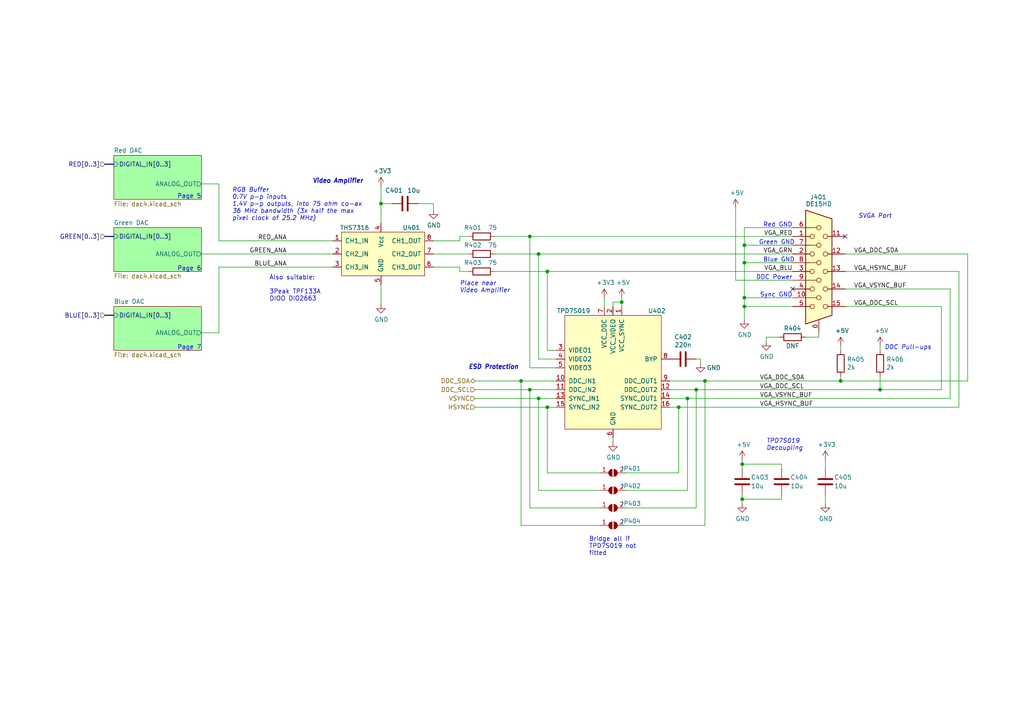
<source format=kicad_sch>
(kicad_sch (version 20211123) (generator eeschema)
  (paper "A4")
  (title_block (date "${date}") (rev "${version}") (company "https://neotron-compute.github.io") (comment 1 "Licensed as CC-BY-SA") (comment 2 "Copyright (c) The Neotron Developers, 2022"))
  (lib_symbols
    (symbol "Connector:DB15_Female_HighDensity_MountingHoles" (pin_names (offset 1.016) hide)
      (property "Reference" "J" (at 0 21.59 0))
      (property "Value" "DB15_Female_HighDensity_MountingHoles" (at 0 19.05 0))
      (symbol "DB15_Female_HighDensity_MountingHoles_0_1"
        (circle (center -1.905 -10.16) (radius 0.635))
        (circle (center -1.905 -5.08) (radius 0.635))
        (circle (center -1.905 0) (radius 0.635))
        (circle (center -1.905 5.08) (radius 0.635))
        (circle (center -1.905 10.16) (radius 0.635))
        (circle (center 0 -7.62) (radius 0.635))
        (circle (center 0 -2.54) (radius 0.635))
        (polyline (pts (xy -3.175 7.62) (xy -0.635 7.62)))
        (polyline (pts (xy -0.635 -7.62) (xy -3.175 -7.62)))
        (polyline (pts (xy -0.635 -2.54) (xy -3.175 -2.54)))
        (polyline (pts (xy -0.635 2.54) (xy -3.175 2.54)))
        (polyline (pts (xy -0.635 12.7) (xy -3.175 12.7)))
        (polyline (pts (xy -3.81 17.78) (xy -3.81 -15.24) (xy 3.81 -12.7) (xy 3.81 15.24) (xy -3.81 17.78)) (stroke (width 0.254)) (fill (type background)))
        (circle (center 0 2.54) (radius 0.635))
        (circle (center 0 7.62) (radius 0.635))
        (circle (center 0 12.7) (radius 0.635))
        (circle (center 1.905 -10.16) (radius 0.635))
        (circle (center 1.905 -5.08) (radius 0.635))
        (circle (center 1.905 0) (radius 0.635))
        (circle (center 1.905 5.08) (radius 0.635))
        (circle (center 1.905 10.16) (radius 0.635))
      )
      (symbol "DB15_Female_HighDensity_MountingHoles_1_1"
        (pin passive line (at 0 -17.78 90) (length 3.81) (name "~") (number "0"))
        (pin passive line (at -7.62 10.16 0) (length 5.08) (name "~") (number "1"))
        (pin passive line (at -7.62 -7.62 0) (length 5.08) (name "~") (number "10"))
        (pin passive line (at 7.62 10.16 180) (length 5.08) (name "~") (number "11"))
        (pin passive line (at 7.62 5.08 180) (length 5.08) (name "~") (number "12"))
        (pin passive line (at 7.62 0 180) (length 5.08) (name "~") (number "13"))
        (pin passive line (at 7.62 -5.08 180) (length 5.08) (name "~") (number "14"))
        (pin passive line (at 7.62 -10.16 180) (length 5.08) (name "~") (number "15"))
        (pin passive line (at -7.62 5.08 0) (length 5.08) (name "~") (number "2"))
        (pin passive line (at -7.62 0 0) (length 5.08) (name "~") (number "3"))
        (pin passive line (at -7.62 -5.08 0) (length 5.08) (name "~") (number "4"))
        (pin passive line (at -7.62 -10.16 0) (length 5.08) (name "~") (number "5"))
        (pin passive line (at -7.62 12.7 0) (length 5.08) (name "~") (number "6"))
        (pin passive line (at -7.62 7.62 0) (length 5.08) (name "~") (number "7"))
        (pin passive line (at -7.62 2.54 0) (length 5.08) (name "~") (number "8"))
        (pin passive line (at -7.62 -2.54 0) (length 5.08) (name "~") (number "9"))
      )
    )
    (symbol "Device:C" (pin_numbers hide) (pin_names (offset 0.254))
      (property "Reference" "C" (at 0.635 2.54 0))
      (property "Value" "C" (at 0.635 -2.54 0))
      (symbol "C_0_1"
        (polyline (pts (xy -2.032 -0.762) (xy 2.032 -0.762)) (stroke (width 0.508)))
        (polyline (pts (xy -2.032 0.762) (xy 2.032 0.762)) (stroke (width 0.508)))
      )
      (symbol "C_1_1"
        (pin passive line (at 0 3.81 270) (length 2.794) (name "~") (number "1"))
        (pin passive line (at 0 -3.81 90) (length 2.794) (name "~") (number "2"))
      )
    )
    (symbol "Device:R" (pin_numbers hide) (pin_names (offset 0))
      (property "Reference" "R" (at 2.032 0 90))
      (property "Value" "R" (at 0 0 90))
      (symbol "R_0_1"
        (rectangle (start -1.016 -2.54) (end 1.016 2.54) (stroke (width 0.254)))
      )
      (symbol "R_1_1"
        (pin passive line (at 0 3.81 270) (length 1.27) (name "~") (number "1"))
        (pin passive line (at 0 -3.81 90) (length 1.27) (name "~") (number "2"))
      )
    )
    (symbol "Jumper:SolderJumper_2_Open" (pin_names (offset 0) hide)
      (property "Reference" "JP" (at 0 2.032 0))
      (property "Value" "SolderJumper_2_Open" (at 0 -2.54 0))
      (symbol "SolderJumper_2_Open_0_1"
        (arc (start -0.254 1.016) (mid -1.27 0) (end -0.254 -1.016))
        (arc (start -0.254 1.016) (mid -1.27 0) (end -0.254 -1.016) (fill (type outline)))
        (polyline (pts (xy -0.254 1.016) (xy -0.254 -1.016)))
        (polyline (pts (xy 0.254 1.016) (xy 0.254 -1.016)))
        (arc (start 0.254 -1.016) (mid 1.27 0) (end 0.254 1.016))
        (arc (start 0.254 -1.016) (mid 1.27 0) (end 0.254 1.016) (fill (type outline)))
      )
      (symbol "SolderJumper_2_Open_1_1"
        (pin passive line (at -3.81 0 0) (length 2.54) (name "A") (number "1"))
        (pin passive line (at 3.81 0 180) (length 2.54) (name "B") (number "2"))
      )
    )
    (symbol "Neotron-Common-Hardware:TPD7S019" (pin_names (offset 1.016))
      (property "Reference" "U" (at 13.97 16.51 0))
      (property "Value" "TPD7S019" (at -10.16 16.51 0))
      (symbol "TPD7S019_0_0"
        (pin power_in line (at 2.54 17.78 270) (length 2.54) (name "VCC_SYNC") (number "1"))
        (pin bidirectional line (at -16.51 -3.81 0) (length 2.54) (name "DDC_IN1") (number "10"))
        (pin bidirectional line (at -16.51 -6.35 0) (length 2.54) (name "DDC_IN2") (number "11"))
        (pin bidirectional line (at 16.51 -6.35 180) (length 2.54) (name "DDC_OUT2") (number "12"))
        (pin input line (at -16.51 -8.89 0) (length 2.54) (name "SYNC_IN1") (number "13"))
        (pin output line (at 16.51 -8.89 180) (length 2.54) (name "SYNC_OUT1") (number "14"))
        (pin input line (at -16.51 -11.43 0) (length 2.54) (name "SYNC_IN2") (number "15"))
        (pin output line (at 16.51 -11.43 180) (length 2.54) (name "SYNC_OUT2") (number "16"))
        (pin power_in line (at 0 17.78 270) (length 2.54) (name "VCC_VIDEO") (number "2"))
        (pin input line (at -16.51 5.08 0) (length 2.54) (name "VIDEO1") (number "3"))
        (pin input line (at -16.51 2.54 0) (length 2.54) (name "VIDEO2") (number "4"))
        (pin input line (at -16.51 0 0) (length 2.54) (name "VIDEO3") (number "5"))
        (pin power_in line (at 0 -20.32 90) (length 2.54) (name "GND") (number "6"))
        (pin power_in line (at -2.54 17.78 270) (length 2.54) (name "VCC_DDC") (number "7"))
        (pin power_out line (at 16.51 2.54 180) (length 2.54) (name "BYP") (number "8"))
        (pin bidirectional line (at 16.51 -3.81 180) (length 2.54) (name "DDC_OUT1") (number "9"))
      )
      (symbol "TPD7S019_0_1"
        (rectangle (start -13.97 15.24) (end 13.97 -17.78) (fill (type background)))
      )
    )
    (symbol "Neotron-Common-Hardware:TPF133A" (pin_names (offset 1.016))
      (property "Reference" "U" (at 8.89 7.62 0))
      (property "Value" "TPF133A" (at -15.24 7.62 0))
      (symbol "TPF133A_0_0"
        (pin input line (at -17.78 3.81 0) (length 2.54) (name "CH1_IN") (number "1"))
        (pin input line (at -17.78 0 0) (length 2.54) (name "CH2_IN") (number "2"))
        (pin input line (at -17.78 -3.81 0) (length 2.54) (name "CH3_IN") (number "3"))
        (pin power_in line (at -3.81 8.89 270) (length 2.54) (name "Vcc") (number "4"))
        (pin power_in line (at -3.81 -8.89 90) (length 2.54) (name "GND") (number "5"))
        (pin output line (at 11.43 -3.81 180) (length 2.54) (name "CH3_OUT") (number "6"))
        (pin output line (at 11.43 0 180) (length 2.54) (name "CH2_OUT") (number "7"))
        (pin output line (at 11.43 3.81 180) (length 2.54) (name "CH1_OUT") (number "8"))
      )
      (symbol "TPF133A_0_1"
        (rectangle (start 8.89 -6.35) (end -15.24 6.35) (fill (type background)))
      )
    )
    (symbol "power:+3V3" (power) (pin_names (offset 0))
      (property "Value" "+3V3" (at 0 3.556 0))
      (symbol "+3V3_0_1"
        (polyline (pts (xy -0.762 1.27) (xy 0 2.54)))
        (polyline (pts (xy 0 0) (xy 0 2.54)))
        (polyline (pts (xy 0 2.54) (xy 0.762 1.27)))
      )
      (symbol "+3V3_1_1"
        (pin power_in line (at 0 0 90) (length 0) hide (name "+3V3") (number "1"))
      )
    )
    (symbol "power:+5V" (power) (pin_names (offset 0))
      (property "Value" "+5V" (at 0 3.556 0))
      (symbol "+5V_0_1"
        (polyline (pts (xy -0.762 1.27) (xy 0 2.54)))
        (polyline (pts (xy 0 0) (xy 0 2.54)))
        (polyline (pts (xy 0 2.54) (xy 0.762 1.27)))
      )
      (symbol "+5V_1_1"
        (pin power_in line (at 0 0 90) (length 0) hide (name "+5V") (number "1"))
      )
    )
    (symbol "power:GND" (power) (pin_names (offset 0))
      (property "Value" "GND" (at 0 -3.81 0))
      (symbol "GND_0_1"
        (polyline (pts (xy 0 0) (xy 0 -1.27) (xy 1.27 -1.27) (xy 0 -2.54) (xy -1.27 -1.27) (xy 0 -1.27)))
      )
      (symbol "GND_1_1"
        (pin power_in line (at 0 0 270) (length 0) hide (name "GND") (number "1"))
      )
    )
  )
  (junction (at 215.9 86.36))
  (junction (at 255.27 113.03))
  (junction (at 243.84 110.49))
  (junction (at 110.49 59.055))
  (junction (at 156.21 73.66))
  (junction (at 196.85 118.11))
  (junction (at 201.93 113.03))
  (junction (at 199.39 115.57))
  (junction (at 215.265 134.62))
  (junction (at 151.13 110.49))
  (junction (at 215.9 76.2))
  (junction (at 153.67 113.03))
  (junction (at 156.21 115.57))
  (junction (at 215.265 144.78))
  (junction (at 158.75 78.74))
  (junction (at 180.34 87.63))
  (junction (at 215.9 71.12))
  (junction (at 158.75 118.11))
  (junction (at 204.47 110.49))
  (junction (at 215.9 88.9))
  (junction (at 153.67 68.58))
  (no_connect (at 229.87 83.82))
  (no_connect (at 245.11 68.58))
  (wire (pts (xy 158.75 78.74) (xy 229.87 78.74)))
  (wire (pts (xy 215.265 144.78) (xy 215.265 146.05)))
  (wire (pts (xy 58.42 96.52) (xy 63.5 96.52)))
  (wire (pts (xy 245.11 73.66) (xy 280.67 73.66)))
  (wire (pts (xy 156.21 104.14) (xy 161.29 104.14)))
  (wire (pts (xy 156.21 73.66) (xy 156.21 104.14)))
  (wire (pts (xy 222.25 99.06) (xy 222.25 97.79)))
  (wire (pts (xy 229.87 86.36) (xy 215.9 86.36)))
  (bus (pts (xy 30.48 68.58) (xy 33.02 68.58)))
  (wire (pts (xy 151.13 110.49) (xy 161.29 110.49)))
  (wire (pts (xy 156.21 142.24) (xy 173.99 142.24)))
  (wire (pts (xy 237.49 96.52) (xy 237.49 97.79)))
  (wire (pts (xy 143.51 78.74) (xy 158.75 78.74)))
  (wire (pts (xy 161.29 106.68) (xy 153.67 106.68)))
  (wire (pts (xy 222.25 97.79) (xy 226.06 97.79)))
  (wire (pts (xy 181.61 142.24) (xy 199.39 142.24)))
  (wire (pts (xy 215.9 66.04) (xy 229.87 66.04)))
  (wire (pts (xy 215.265 143.51) (xy 215.265 144.78)))
  (wire (pts (xy 243.84 109.22) (xy 243.84 110.49)))
  (wire (pts (xy 151.13 110.49) (xy 151.13 152.4)))
  (wire (pts (xy 173.99 137.16) (xy 158.75 137.16)))
  (wire (pts (xy 201.93 104.14) (xy 203.2 104.14)))
  (wire (pts (xy 275.59 83.82) (xy 275.59 115.57)))
  (wire (pts (xy 180.34 88.9) (xy 180.34 87.63)))
  (wire (pts (xy 239.395 135.89) (xy 239.395 133.35)))
  (wire (pts (xy 215.9 76.2) (xy 215.9 86.36)))
  (wire (pts (xy 137.795 113.03) (xy 153.67 113.03)))
  (wire (pts (xy 125.73 59.055) (xy 125.73 60.96)))
  (bus (pts (xy 30.48 47.625) (xy 33.02 47.625)))
  (wire (pts (xy 63.5 53.34) (xy 63.5 69.85)))
  (wire (pts (xy 153.67 68.58) (xy 229.87 68.58)))
  (wire (pts (xy 273.05 88.9) (xy 245.11 88.9)))
  (wire (pts (xy 63.5 69.85) (xy 96.52 69.85)))
  (wire (pts (xy 215.9 88.9) (xy 229.87 88.9)))
  (wire (pts (xy 181.61 152.4) (xy 204.47 152.4)))
  (wire (pts (xy 204.47 110.49) (xy 194.31 110.49)))
  (wire (pts (xy 215.9 76.2) (xy 229.87 76.2)))
  (wire (pts (xy 194.31 113.03) (xy 201.93 113.03)))
  (wire (pts (xy 215.9 66.04) (xy 215.9 71.12)))
  (wire (pts (xy 133.35 68.58) (xy 135.89 68.58)))
  (wire (pts (xy 158.75 137.16) (xy 158.75 118.11)))
  (wire (pts (xy 151.13 152.4) (xy 173.99 152.4)))
  (wire (pts (xy 133.35 68.58) (xy 133.35 69.85)))
  (wire (pts (xy 137.795 110.49) (xy 151.13 110.49)))
  (wire (pts (xy 243.84 110.49) (xy 280.67 110.49)))
  (wire (pts (xy 110.49 82.55) (xy 110.49 88.265)))
  (wire (pts (xy 125.73 73.66) (xy 135.89 73.66)))
  (wire (pts (xy 194.31 118.11) (xy 196.85 118.11)))
  (wire (pts (xy 215.9 88.9) (xy 215.9 92.71)))
  (wire (pts (xy 180.34 87.63) (xy 177.8 87.63)))
  (wire (pts (xy 233.68 97.79) (xy 237.49 97.79)))
  (wire (pts (xy 196.85 118.11) (xy 278.13 118.11)))
  (wire (pts (xy 137.795 118.11) (xy 158.75 118.11)))
  (wire (pts (xy 226.695 135.89) (xy 226.695 134.62)))
  (wire (pts (xy 177.8 127) (xy 177.8 128.27)))
  (wire (pts (xy 156.21 115.57) (xy 156.21 142.24)))
  (wire (pts (xy 215.9 86.36) (xy 215.9 88.9)))
  (wire (pts (xy 243.84 100.33) (xy 243.84 101.6)))
  (wire (pts (xy 278.13 118.11) (xy 278.13 78.74)))
  (wire (pts (xy 181.61 137.16) (xy 196.85 137.16)))
  (wire (pts (xy 215.9 71.12) (xy 215.9 76.2)))
  (wire (pts (xy 199.39 115.57) (xy 275.59 115.57)))
  (wire (pts (xy 239.395 146.05) (xy 239.395 143.51)))
  (wire (pts (xy 58.42 73.66) (xy 96.52 73.66)))
  (wire (pts (xy 158.75 101.6) (xy 158.75 78.74)))
  (wire (pts (xy 226.695 134.62) (xy 215.265 134.62)))
  (wire (pts (xy 280.67 73.66) (xy 280.67 110.49)))
  (wire (pts (xy 175.26 86.36) (xy 175.26 88.9)))
  (wire (pts (xy 203.2 104.14) (xy 203.2 105.41)))
  (wire (pts (xy 125.73 69.85) (xy 133.35 69.85)))
  (wire (pts (xy 177.8 87.63) (xy 177.8 88.9)))
  (wire (pts (xy 121.285 59.055) (xy 125.73 59.055)))
  (wire (pts (xy 226.695 144.78) (xy 226.695 143.51)))
  (wire (pts (xy 278.13 78.74) (xy 245.11 78.74)))
  (wire (pts (xy 215.265 144.78) (xy 226.695 144.78)))
  (wire (pts (xy 196.85 137.16) (xy 196.85 118.11)))
  (wire (pts (xy 110.49 53.975) (xy 110.49 59.055)))
  (wire (pts (xy 158.75 118.11) (xy 161.29 118.11)))
  (wire (pts (xy 204.47 110.49) (xy 243.84 110.49)))
  (wire (pts (xy 133.35 77.47) (xy 133.35 78.74)))
  (wire (pts (xy 63.5 77.47) (xy 63.5 96.52)))
  (wire (pts (xy 180.34 87.63) (xy 180.34 86.36)))
  (wire (pts (xy 215.265 133.35) (xy 215.265 134.62)))
  (wire (pts (xy 181.61 147.32) (xy 201.93 147.32)))
  (wire (pts (xy 153.67 147.32) (xy 153.67 113.03)))
  (wire (pts (xy 125.73 77.47) (xy 133.35 77.47)))
  (wire (pts (xy 201.93 113.03) (xy 255.27 113.03)))
  (wire (pts (xy 143.51 68.58) (xy 153.67 68.58)))
  (wire (pts (xy 255.27 109.22) (xy 255.27 113.03)))
  (wire (pts (xy 135.89 78.74) (xy 133.35 78.74)))
  (wire (pts (xy 245.11 83.82) (xy 275.59 83.82)))
  (wire (pts (xy 213.36 60.325) (xy 213.36 81.28)))
  (wire (pts (xy 215.9 71.12) (xy 229.87 71.12)))
  (wire (pts (xy 156.21 73.66) (xy 229.87 73.66)))
  (wire (pts (xy 63.5 77.47) (xy 96.52 77.47)))
  (wire (pts (xy 153.67 113.03) (xy 161.29 113.03)))
  (wire (pts (xy 255.27 100.33) (xy 255.27 101.6)))
  (wire (pts (xy 58.42 53.34) (xy 63.5 53.34)))
  (wire (pts (xy 137.795 115.57) (xy 156.21 115.57)))
  (wire (pts (xy 110.49 59.055) (xy 113.665 59.055)))
  (wire (pts (xy 199.39 142.24) (xy 199.39 115.57)))
  (wire (pts (xy 215.265 134.62) (xy 215.265 135.89)))
  (bus (pts (xy 30.48 91.44) (xy 33.02 91.44)))
  (wire (pts (xy 173.99 147.32) (xy 153.67 147.32)))
  (wire (pts (xy 204.47 152.4) (xy 204.47 110.49)))
  (wire (pts (xy 199.39 115.57) (xy 194.31 115.57)))
  (wire (pts (xy 255.27 113.03) (xy 273.05 113.03)))
  (wire (pts (xy 201.93 147.32) (xy 201.93 113.03)))
  (wire (pts (xy 213.36 81.28) (xy 229.87 81.28)))
  (wire (pts (xy 161.29 101.6) (xy 158.75 101.6)))
  (wire (pts (xy 161.29 115.57) (xy 156.21 115.57)))
  (wire (pts (xy 153.67 68.58) (xy 153.67 106.68)))
  (wire (pts (xy 273.05 113.03) (xy 273.05 88.9)))
  (wire (pts (xy 143.51 73.66) (xy 156.21 73.66)))
  (wire (pts (xy 110.49 59.055) (xy 110.49 64.77)))
  (text "Place near\nVideo Amplifier" (at 133.35 85.09 0) (effects (font (size 1.27 1.27) italic) (justify left bottom)))
  (text "Green GND" (at 230.505 71.12 180) (effects (font (size 1.27 1.27)) (justify right bottom)))
  (text "Also suitable:\n\n3Peak TPF133A\nDIOO DIO2663\n\n" (at 78.105 89.535 0) (effects (font (size 1.27 1.27)) (justify left bottom)))
  (text "ESD Protection" (at 150.495 107.315 180) (effects (font (size 1.27 1.27) (thickness 0.254) bold italic) (justify right bottom)))
  (text "Red GND" (at 229.87 66.04 180) (effects (font (size 1.27 1.27)) (justify right bottom)))
  (text "Blue GND" (at 230.505 76.2 180) (effects (font (size 1.27 1.27)) (justify right bottom)))
  (text "DDC Power" (at 229.87 81.28 180) (effects (font (size 1.27 1.27)) (justify right bottom)))
  (text "Page 5" (at 58.42 57.785 180) (effects (font (size 1.27 1.27)) (justify right bottom)))
  (text "DDC Pull-ups" (at 256.54 101.6 0) (effects (font (size 1.27 1.27) italic) (justify left bottom)))
  (text "SVGA Port" (at 248.92 63.5 0) (effects (font (size 1.27 1.27) italic) (justify left bottom)))
  (text "RGB Buffer\n0.7V p-p inputs\n1.4V p-p outputs, into 75 ohm co-ax\n36 MHz bandwidth (3x half the max\npixel clock of 25.2 MHz)" (at 67.31 64.135 0) (effects (font (size 1.27 1.27) italic) (justify left bottom)))
  (text "Sync GND" (at 229.87 86.36 180) (effects (font (size 1.27 1.27)) (justify right bottom)))
  (text "Page 6" (at 58.42 78.74 180) (effects (font (size 1.27 1.27)) (justify right bottom)))
  (text "Video Amplifier" (at 105.41 53.34 180) (effects (font (size 1.27 1.27) (thickness 0.254) bold italic) (justify right bottom)))
  (text "Bridge all if\nTPD7S019 not\nfitted" (at 170.815 161.29 0) (effects (font (size 1.27 1.27)) (justify left bottom)))
  (text "TPD7S019\nDecoupling" (at 222.25 130.81 0) (effects (font (size 1.27 1.27) italic) (justify left bottom)))
  (text "Page 7" (at 58.42 101.6 180) (effects (font (size 1.27 1.27)) (justify right bottom)))
  (label "VGA_HSYNC_BUF" (at 247.65 78.74 0))
  (label "VGA_BLU" (at 229.87 78.74 180))
  (label "VGA_VSYNC_BUF" (at 220.345 115.57 0))
  (label "VGA_DDC_SDA" (at 247.65 73.66 0))
  (label "VGA_VSYNC_BUF" (at 247.65 83.82 0))
  (label "VGA_GRN" (at 229.87 73.66 180))
  (label "BLUE_ANA" (at 83.185 77.47 180))
  (label "VGA_DDC_SDA" (at 220.345 110.49 0))
  (label "VGA_HSYNC_BUF" (at 220.345 118.11 0))
  (label "GREEN_ANA" (at 83.185 73.66 180))
  (label "VGA_DDC_SCL" (at 220.345 113.03 0))
  (label "RED_ANA" (at 83.185 69.85 180))
  (label "VGA_RED" (at 229.87 68.58 180))
  (label "VGA_DDC_SCL" (at 247.65 88.9 0))
  (hierarchical_label "GREEN[0..3]" (shape input) (at 30.48 68.58 180))
  (hierarchical_label "RED[0..3]" (shape input) (at 30.48 47.625 180))
  (hierarchical_label "DDC_SCL" (shape input) (at 137.795 113.03 180))
  (hierarchical_label "BLUE[0..3]" (shape input) (at 30.48 91.44 180))
  (hierarchical_label "DDC_SDA" (shape bidirectional) (at 137.795 110.49 180))
  (hierarchical_label "HSYNC" (shape input) (at 137.795 118.11 180))
  (hierarchical_label "VSYNC" (shape input) (at 137.795 115.57 180))
  (symbol (lib_id "Neotron-Common-Hardware:TPD7S019") (at 177.8 106.68 0) (unit 1)
    (property "Reference" "U402" (at 190.5 90.17 0))
    (property "Value" "TPD7S019" (at 166.37 90.17 0))
    (property "Footprint" "Package_SO:SSOP-16_3.9x4.9mm_P0.635mm" (effects hide))
    (property "Manufacturer" "Texas Instruments" (effects hide))
    (property "MPN" "TPD7S019-15DBQR" (effects hide))
    (property "DNP" "0" (effects hide))
    (property "LCSC Part#" "C337499" (effects hide))
    (property "JLCPCB Collection" "Extended" (effects hide))
  )
  (symbol (lib_id "Neotron-Common-Hardware:TPF133A") (at 114.3 73.66 0) (unit 1)
    (property "Reference" "U401" (at 121.92 66.04 0) (effects (justify right)))
    (property "Value" "THS7316" (at 102.87 66.04 0))
    (property "Footprint" "Package_SO:SOIC-8_3.9x4.9mm_P1.27mm" (effects hide))
    (property "Datasheet" "https://www.ti.com/cn/lit/gpn/ths7316" (effects hide))
    (property "Manufacturer" "Texas Instruments" (effects hide))
    (property "DNP" "0" (effects hide))
    (property "MPN" "THS7316" (effects hide))
    (property "LCSC Part#" "C544774" (effects hide))
    (property "JLCPCB Collection" "Extended" (effects hide))
  )
  (symbol (lib_id "power:+5V") (at 243.84 100.33 0) (unit 1)
    (property "Reference" "#PWR0409" (effects hide))
    (property "Value" "+5V" (at 244.221 95.9358 0))
  )
  (symbol (lib_id "power:+5V") (at 255.27 100.33 0) (unit 1)
    (property "Reference" "#PWR0410" (effects hide))
    (property "Value" "+5V" (at 255.651 95.9358 0))
  )
  (symbol (lib_id "power:+5V") (at 180.34 86.36 0) (unit 1)
    (property "Reference" "#PWR0405" (effects hide))
    (property "Value" "+5V" (at 180.721 81.9658 0))
  )
  (symbol (lib_id "power:+3V3") (at 175.26 86.36 0) (unit 1)
    (property "Reference" "#PWR0404" (effects hide))
    (property "Value" "+3V3" (at 175.641 81.9658 0))
  )
  (symbol (lib_id "power:+5V") (at 215.265 133.35 0) (unit 1)
    (property "Reference" "#PWR0413" (effects hide))
    (property "Value" "+5V" (at 215.646 128.9558 0))
  )
  (symbol (lib_id "power:+3V3") (at 110.49 53.975 0) (unit 1)
    (property "Reference" "#PWR0401" (effects hide))
    (property "Value" "+3V3" (at 110.871 49.5808 0))
  )
  (symbol (lib_id "power:GND") (at 125.73 60.96 0) (unit 1)
    (property "Reference" "#PWR0403" (effects hide))
    (property "Value" "GND" (at 125.857 65.3542 0))
  )
  (symbol (lib_id "Device:C") (at 117.475 59.055 90) (mirror x) (unit 1)
    (property "Reference" "C401" (at 116.84 55.245 90) (effects (justify left)))
    (property "Value" "10u" (at 118.11 55.245 90) (effects (justify right)))
    (property "Footprint" "Capacitor_SMD:C_0805_2012Metric_Pad1.18x1.45mm_HandSolder" (effects hide))
    (property "DNP" "0" (effects hide))
    (property "MPN" "CL21A106KAYNNNE" (effects hide))
    (property "Manufacturer" "Samsung" (effects hide))
    (property "LCSC Part#" "C15850" (effects hide))
    (property "Tolerance" "X5R" (effects hide))
    (property "Voltage" "25V" (effects hide))
    (property "JLCPCB Collection" "Basic" (effects hide))
  )
  (symbol (lib_id "power:GND") (at 177.8 128.27 0) (unit 1)
    (property "Reference" "#PWR0412" (effects hide))
    (property "Value" "GND" (at 177.927 132.6642 0))
  )
  (symbol (lib_id "Device:R") (at 229.87 97.79 90) (unit 1)
    (property "Reference" "R404" (at 229.87 95.25 90))
    (property "Value" "DNF" (at 229.87 100.33 90))
    (property "Footprint" "Resistor_SMD:R_0805_2012Metric_Pad1.20x1.40mm_HandSolder" (effects hide))
    (property "DNP" "1" (effects hide))
  )
  (symbol (lib_id "power:GND") (at 222.25 99.06 0) (unit 1)
    (property "Reference" "#PWR0408" (effects hide))
    (property "Value" "GND" (at 222.377 103.4542 0))
  )
  (symbol (lib_id "Connector:DB15_Female_HighDensity_MountingHoles") (at 237.49 78.74 0) (unit 1)
    (property "Reference" "J401" (at 234.95 57.15 0) (effects (justify left)))
    (property "Value" "DE15HD" (at 237.49 58.42 0) (effects (justify top)))
    (property "Footprint" "neotron-pico:Amphenol_ICD15S13E4GV00LF" (effects hide))
    (property "DNP" "0" (effects hide))
    (property "Digikey" "609-5180-ND‎" (effects hide))
    (property "MPN" "ICD15S13E4GV00LF" (effects hide))
    (property "Manufacturer" "Amphenol" (effects hide))
    (property "Mouser" "649-ICD15S13E4GV00LF" (effects hide))
  )
  (symbol (lib_id "power:GND") (at 215.9 92.71 0) (unit 1)
    (property "Reference" "#PWR0407" (effects hide))
    (property "Value" "GND" (at 216.027 97.1042 0))
  )
  (symbol (lib_id "Device:R") (at 139.7 68.58 270) (unit 1)
    (property "Reference" "R401" (at 139.7 66.04 90) (effects (justify right)))
    (property "Value" "75" (at 142.875 66.04 90))
    (property "Footprint" "Resistor_SMD:R_0805_2012Metric_Pad1.20x1.40mm_HandSolder" (effects hide))
    (property "DNP" "0" (effects hide))
    (property "MPN" "0805W8F750JT5E" (effects hide))
    (property "Manufacturer" "Uniroyal" (effects hide))
    (property "LCSC Part#" "C20638" (effects hide))
    (property "Tolerance" "1%" (effects hide))
    (property "JLCPCB Collection" "Basic" (effects hide))
  )
  (symbol (lib_id "Device:R") (at 139.7 73.66 270) (unit 1)
    (property "Reference" "R402" (at 139.7 71.12 90) (effects (justify right)))
    (property "Value" "75" (at 142.875 71.12 90))
    (property "Footprint" "Resistor_SMD:R_0805_2012Metric_Pad1.20x1.40mm_HandSolder" (effects hide))
    (property "DNP" "0" (effects hide))
    (property "MPN" "0805W8F750JT5E" (effects hide))
    (property "Manufacturer" "Uniroyal" (effects hide))
    (property "LCSC Part#" "C20638" (effects hide))
    (property "Tolerance" "1%" (effects hide))
    (property "JLCPCB Collection" "Basic" (effects hide))
  )
  (symbol (lib_id "Device:R") (at 139.7 78.74 270) (unit 1)
    (property "Reference" "R403" (at 139.7 76.2 90) (effects (justify right)))
    (property "Value" "75" (at 142.875 76.2 90))
    (property "Footprint" "Resistor_SMD:R_0805_2012Metric_Pad1.20x1.40mm_HandSolder" (effects hide))
    (property "DNP" "0" (effects hide))
    (property "MPN" "0805W8F750JT5E" (effects hide))
    (property "Manufacturer" "Uniroyal" (effects hide))
    (property "LCSC Part#" "C20638" (effects hide))
    (property "Tolerance" "1%" (effects hide))
    (property "JLCPCB Collection" "Basic" (effects hide))
  )
  (symbol (lib_id "power:+5V") (at 213.36 60.325 0) (unit 1)
    (property "Reference" "#PWR0402" (effects hide))
    (property "Value" "+5V" (at 213.741 55.9308 0))
  )
  (symbol (lib_id "power:GND") (at 110.49 88.265 0) (unit 1)
    (property "Reference" "#PWR0406" (effects hide))
    (property "Value" "GND" (at 110.617 92.6592 0))
  )
  (symbol (lib_id "Device:R") (at 243.84 105.41 0) (unit 1)
    (property "Reference" "R405" (at 245.618 104.2416 0) (effects (justify left)))
    (property "Value" "2k" (at 245.618 106.553 0) (effects (justify left)))
    (property "Footprint" "Resistor_SMD:R_0805_2012Metric_Pad1.20x1.40mm_HandSolder" (effects hide))
    (property "DNP" "0" (effects hide))
    (property "MPN" "0805W8F2001T5E" (effects hide))
    (property "Manufacturer" "Uniroyal" (effects hide))
    (property "LCSC Part#" "C17604" (effects hide))
    (property "Tolerance" "1%" (effects hide))
    (property "JLCPCB Collection" "Basic" (effects hide))
  )
  (symbol (lib_id "Device:R") (at 255.27 105.41 0) (unit 1)
    (property "Reference" "R406" (at 257.048 104.2416 0) (effects (justify left)))
    (property "Value" "2k" (at 257.048 106.553 0) (effects (justify left)))
    (property "Footprint" "Resistor_SMD:R_0805_2012Metric_Pad1.20x1.40mm_HandSolder" (effects hide))
    (property "DNP" "0" (effects hide))
    (property "MPN" "0805W8F2001T5E" (effects hide))
    (property "Manufacturer" "Uniroyal" (effects hide))
    (property "LCSC Part#" "C17604" (effects hide))
    (property "Tolerance" "1%" (effects hide))
    (property "JLCPCB Collection" "Basic" (effects hide))
  )
  (symbol (lib_id "power:+3V3") (at 239.395 133.35 0) (unit 1)
    (property "Reference" "#PWR0414" (effects hide))
    (property "Value" "+3V3" (at 239.776 128.9558 0))
  )
  (symbol (lib_id "Device:C") (at 198.12 104.14 270) (unit 1)
    (property "Reference" "C402" (at 198.12 97.7392 90))
    (property "Value" "220n" (at 198.12 100.0506 90))
    (property "Footprint" "Capacitor_SMD:C_0805_2012Metric_Pad1.18x1.45mm_HandSolder" (effects hide))
    (property "DNP" "0" (effects hide))
    (property "MPN" "CL21B224KBFNNNE" (effects hide))
    (property "Manufacturer" "Samsung" (effects hide))
    (property "LCSC Part#" "C5378" (effects hide))
    (property "Tolerance" "X7R" (effects hide))
    (property "Voltage" "50V" (effects hide))
    (property "JLCPCB Collection" "Basic" (effects hide))
  )
  (symbol (lib_id "power:GND") (at 203.2 105.41 0) (unit 1)
    (property "Reference" "#PWR0411" (effects hide))
    (property "Value" "GND" (at 207.01 106.68 0))
  )
  (symbol (lib_id "power:GND") (at 215.265 146.05 0) (unit 1)
    (property "Reference" "#PWR0415" (effects hide))
    (property "Value" "GND" (at 215.392 150.4442 0))
  )
  (symbol (lib_id "power:GND") (at 239.395 146.05 0) (unit 1)
    (property "Reference" "#PWR0416" (effects hide))
    (property "Value" "GND" (at 239.522 150.4442 0))
  )
  (symbol (lib_id "Device:C") (at 215.265 139.7 0) (mirror x) (unit 1)
    (property "Reference" "C403" (at 217.805 138.43 0) (effects (justify left)))
    (property "Value" "10u" (at 217.805 140.97 0) (effects (justify left)))
    (property "Footprint" "Capacitor_SMD:C_0805_2012Metric_Pad1.18x1.45mm_HandSolder" (effects hide))
    (property "DNP" "0" (effects hide))
    (property "MPN" "CL21A106KAYNNNE" (effects hide))
    (property "Manufacturer" "Samsung" (effects hide))
    (property "LCSC Part#" "C15850" (effects hide))
    (property "Tolerance" "X5R" (effects hide))
    (property "Voltage" "25V" (effects hide))
    (property "JLCPCB Collection" "Basic" (effects hide))
  )
  (symbol (lib_id "Jumper:SolderJumper_2_Open") (at 177.8 142.24 0) (unit 1)
    (property "Reference" "JP402" (at 182.88 140.97 0))
    (property "Value" "Bridge" (effects hide))
    (property "Footprint" "Jumper:SolderJumper-2_P1.3mm_Open_RoundedPad1.0x1.5mm" (effects hide))
    (property "DNP" "1" (effects hide))
  )
  (symbol (lib_id "Device:C") (at 239.395 139.7 0) (mirror x) (unit 1)
    (property "Reference" "C405" (at 241.935 138.43 0) (effects (justify left)))
    (property "Value" "10u" (at 241.935 140.97 0) (effects (justify left)))
    (property "Footprint" "Capacitor_SMD:C_0805_2012Metric_Pad1.18x1.45mm_HandSolder" (effects hide))
    (property "DNP" "0" (effects hide))
    (property "MPN" "CL21A106KAYNNNE" (effects hide))
    (property "Manufacturer" "Samsung" (effects hide))
    (property "LCSC Part#" "C15850" (effects hide))
    (property "Tolerance" "X5R" (effects hide))
    (property "Voltage" "25V" (effects hide))
    (property "JLCPCB Collection" "Basic" (effects hide))
  )
  (symbol (lib_id "Jumper:SolderJumper_2_Open") (at 177.8 152.4 0) (unit 1)
    (property "Reference" "JP404" (at 182.88 151.13 0))
    (property "Value" "Bridge" (effects hide))
    (property "Footprint" "Jumper:SolderJumper-2_P1.3mm_Open_RoundedPad1.0x1.5mm" (effects hide))
    (property "DNP" "1" (effects hide))
  )
  (symbol (lib_id "Jumper:SolderJumper_2_Open") (at 177.8 147.32 0) (unit 1)
    (property "Reference" "JP403" (at 182.88 146.05 0))
    (property "Value" "Bridge" (effects hide))
    (property "Footprint" "Jumper:SolderJumper-2_P1.3mm_Open_RoundedPad1.0x1.5mm" (effects hide))
    (property "DNP" "1" (effects hide))
  )
  (symbol (lib_id "Device:C") (at 226.695 139.7 0) (mirror x) (unit 1)
    (property "Reference" "C404" (at 229.235 138.43 0) (effects (justify left)))
    (property "Value" "10u" (at 229.235 140.97 0) (effects (justify left)))
    (property "Footprint" "Capacitor_SMD:C_0805_2012Metric_Pad1.18x1.45mm_HandSolder" (effects hide))
    (property "DNP" "0" (effects hide))
    (property "MPN" "CL21A106KAYNNNE" (effects hide))
    (property "Manufacturer" "Samsung" (effects hide))
    (property "LCSC Part#" "C15850" (effects hide))
    (property "Tolerance" "X5R" (effects hide))
    (property "Voltage" "25V" (effects hide))
    (property "JLCPCB Collection" "Basic" (effects hide))
  )
  (symbol (lib_id "Jumper:SolderJumper_2_Open") (at 177.8 137.16 0) (unit 1)
    (property "Reference" "JP401" (at 182.88 135.89 0))
    (property "Value" "Bridge" (effects hide))
    (property "Footprint" "Jumper:SolderJumper-2_P1.3mm_Open_RoundedPad1.0x1.5mm" (effects hide))
    (property "DNP" "1" (effects hide))
  )
  (sheet (at 33.02 45.085) (size 25.4 12.7) (fill (color 165 255 165 1.0000))
    (property "Sheet name" "Red DAC" (at 33.02 44.3734 0) (effects (justify left bottom)))
    (property "Sheet file" "dac4.kicad_sch" (at 33.02 58.42 0) (effects (justify left top)))
    (pin "ANALOG_OUT" output (at 58.42 53.34 0))
    (pin "DIGITAL_IN[0..3]" input (at 33.02 47.625 180))
  )
  (sheet (at 33.02 88.9) (size 25.4 12.7) (fill (color 165 255 165 1.0000))
    (property "Sheet name" "Blue DAC" (at 33.02 88.1884 0) (effects (justify left bottom)))
    (property "Sheet file" "dac4.kicad_sch" (at 33.02 102.1846 0) (effects (justify left top)))
    (pin "ANALOG_OUT" output (at 58.42 96.52 0))
    (pin "DIGITAL_IN[0..3]" input (at 33.02 91.44 180))
  )
  (sheet (at 33.02 66.04) (size 25.4 12.7) (fill (color 165 255 165 1.0000))
    (property "Sheet name" "Green DAC" (at 33.02 65.3284 0) (effects (justify left bottom)))
    (property "Sheet file" "dac4.kicad_sch" (at 33.02 79.3246 0) (effects (justify left top)))
    (pin "ANALOG_OUT" output (at 58.42 73.66 0))
    (pin "DIGITAL_IN[0..3]" input (at 33.02 68.58 180))
  )
)
</source>
